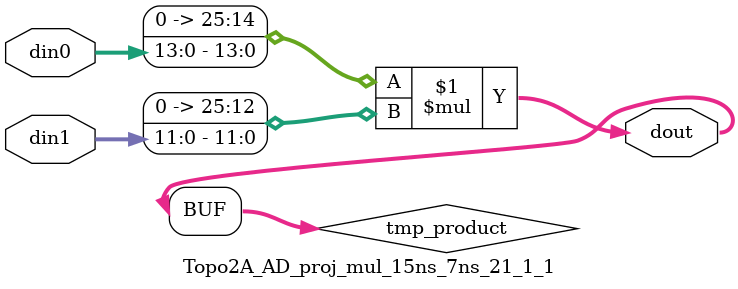
<source format=v>

`timescale 1 ns / 1 ps

 module Topo2A_AD_proj_mul_15ns_7ns_21_1_1(din0, din1, dout);
parameter ID = 1;
parameter NUM_STAGE = 0;
parameter din0_WIDTH = 14;
parameter din1_WIDTH = 12;
parameter dout_WIDTH = 26;

input [din0_WIDTH - 1 : 0] din0; 
input [din1_WIDTH - 1 : 0] din1; 
output [dout_WIDTH - 1 : 0] dout;

wire signed [dout_WIDTH - 1 : 0] tmp_product;
























assign tmp_product = $signed({1'b0, din0}) * $signed({1'b0, din1});











assign dout = tmp_product;





















endmodule

</source>
